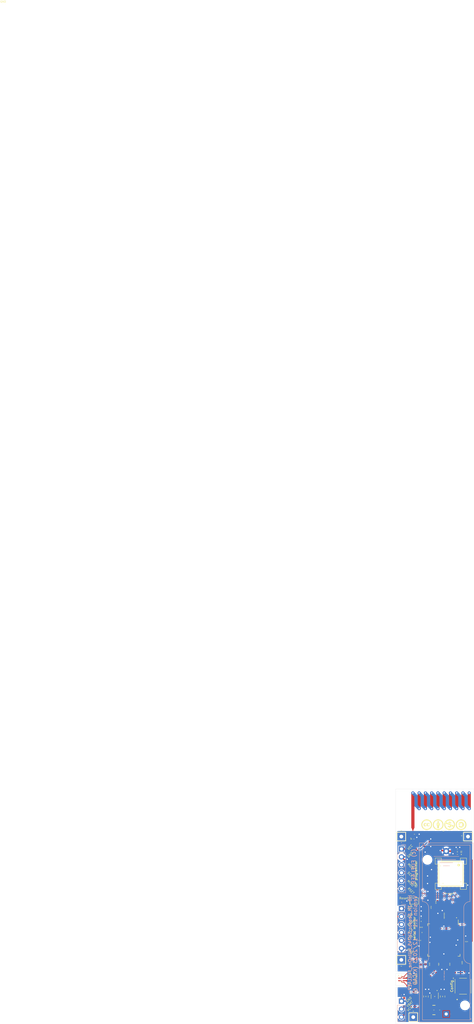
<source format=kicad_pcb>
(kicad_pcb (version 20211014) (generator pcbnew)
  (title_block (title "HB_TH_Sensor_SHT45_AllInOne_FUEL4EP") (date "2023-12-15") (rev "1.1") (company "FUEL4EP"))
  (layers (0 "F.Cu" signal) (31 "B.Cu" signal) (34 "B.Paste" user) (35 "F.Paste" user) (36 "B.SilkS" user "B.Silkscreen") (37 "F.SilkS" user "F.Silkscreen") (38 "B.Mask" user) (39 "F.Mask" user) (44 "Edge.Cuts" user))
  (net 0 "")
  (net 1 "GND")
  (net 2 "Net-(D1-Pad2)")
  (net 3 "/SS")
  (net 4 "/D2")
  (net 5 "/SCL")
  (net 6 "/SDA")
  (net 7 "/VDDA")
  (net 11 "/MOSI")
  (net 12 "/SCK")
  (net 13 "/MISO")
  (net 14 "VCC")
  (net 17 "/plusBAT")
  (net 22 "/CONFIG")
  (net 23 "/DTR")
  (net 24 "/RSETB")
  (net 25 "/RXD0")
  (net 26 "/TXD0")
  (net 37 "/L")
  (net 39 "Net-(AE1-Pad1)")
  (net 50 "Net-(R3-Pad1)")
  (net 51 "Net-(R4-Pad1)")
  (net 54 "/ANT")
  (net 55 "/CTS")
  (net 56 "Net-(C2-Pad2)")
  (net 57 "Net-(C8-Pad1)")
  (footprint "LED_SMD:LED_0402_1005Metric" (layer "F.Cu") (at 8.128 -32.766 -90)
    (fp_text reference "D1")
    (fp_text value "LED red 0402")
  )
  (footprint "Capacitor_SMD:C_0402_1005Metric" (layer "F.Cu") (at 11.303 -37.211)
    (fp_text reference "C1")
    (fp_text value "100n")
  )
  (footprint "Resistor_SMD:R_0402_1005Metric" (layer "F.Cu") (at 8.128 -30.861 90)
    (fp_text reference "R4")
    (fp_text value "470")
  )
  (footprint "Resistor_SMD:R_0402_1005Metric" (layer "F.Cu") (at 12.827 -38.862 180)
    (fp_text reference "R1")
    (fp_text value "10k")
  )
  (footprint "FUEL4EP:eByte_E07-900MM10S" (layer "F.Cu") (at 22.606 -52.959 -90)
    (fp_text reference "Module1")
    (fp_text value "E07-900MM10S")
  )
  (footprint "Capacitor_SMD:C_0402_1005Metric" (layer "F.Cu") (at 17.272 -19.05)
    (fp_text reference "C2")
    (fp_text value "100n")
  )
  (footprint "Capacitor_SMD:C_0402_1005Metric" (layer "F.Cu") (at 22.606 -26.289 90)
    (fp_text reference "C4")
    (fp_text value "100n")
  )
  (footprint "Capacitor_SMD:C_0402_1005Metric" (layer "F.Cu") (at 15.494 -34.036)
    (fp_text reference "C6")
    (fp_text value "100n")
  )
  (footprint "Capacitor_SMD:C_0402_1005Metric" (layer "F.Cu") (at 13.716 -19.05)
    (fp_text reference "C8")
    (fp_text value "100n")
  )
  (footprint "Resistor_SMD:R_0402_1005Metric" (layer "F.Cu") (at 10.795 -19.05)
    (fp_text reference "R2")
    (fp_text value "22")
  )
  (footprint "Resistor_SMD:R_0402_1005Metric" (layer "F.Cu") (at 4.572 -16.256)
    (fp_text reference "R6")
    (fp_text value "4.7k")
  )
  (footprint "Capacitor_SMD:C_0805_2012Metric" (layer "F.Cu") (at 14.986 -8.763 90)
    (fp_text reference "C5")
    (fp_text value "10u")
  )
  (footprint "FUEL4EP:SW_TS-1187A-B-A-B" (layer "F.Cu") (at 21.497172 -12.047667 90)
    (fp_text reference "SW1")
    (fp_text value "Config button")
  )
  (footprint "FUEL4EP:CC-BY-ND-SA" (layer "F.Cu") (at 15.367 -63.627)
    (fp_text reference "LOGO1" hide)
    (fp_text value "Logo_Open_Hardware_Small" hide)
  )
  (footprint "Capacitor_SMD:C_0402_1005Metric" (layer "F.Cu") (at 19.685 -54.483 180)
    (fp_text reference "C11")
    (fp_text value "100n")
  )
  (footprint "Capacitor_SMD:C_0402_1005Metric" (layer "F.Cu") (at 19.685 -55.499 180)
    (fp_text reference "C12")
    (fp_text value "10u")
  )
  (footprint "Capacitor_SMD:C_0402_1005Metric" (layer "F.Cu") (at 5.461 -59.055 90)
    (fp_text reference "C13")
    (fp_text value "1pF")
  )
  (footprint "FUEL4EP:FUEL4EP_Inductor_SMD_1" (layer "F.Cu") (at 12.192 -4.445 180)
    (fp_text reference "L1")
    (fp_text value "4.7u" hide)
  )
  (footprint "Package_TO_SOT_SMD:Texas_R-PDSO-G6" (layer "F.Cu") (at 12.446 -8.763 -90)
    (fp_text reference "U2")
    (fp_text value "TPS61221DCK")
  )
  (footprint "Capacitor_SMD:C_0805_2012Metric" (layer "F.Cu") (at 9.652 -8.763 90)
    (fp_text reference "C9")
    (fp_text value "10u")
  )
  (footprint "Package_QFP:TQFP-44_10x10mm_P0.8mm" (layer "F.Cu") (at 15.367 -26.797 -90)
    (fp_text reference "U1")
    (fp_text value "ATmega1284P-AU")
  )
  (footprint "Capacitor_SMD:C_0402_1005Metric" (layer "F.Cu") (at 15.494 -35.052 180)
    (fp_text reference "C3")
    (fp_text value "10u")
  )
  (footprint "Capacitor_SMD:C_0402_1005Metric" (layer "F.Cu") (at 3.683 -14.224 -90)
    (fp_text reference "C15")
    (fp_text value "100n")
  )
  (footprint "RF_Antenna:Texas_SWRA416_868MHz_915MHz" (layer "F.Cu") (at 14.478 -67.945)
    (fp_text reference "AE1")
    (fp_text value "SWRA416 868MHz PCB Antenna")
  )
  (footprint "NetTie:NetTie-2_SMD_Pad0.5mm" (layer "F.Cu") (at 4.191 -25.4 90)
    (fp_text reference "NT1" hide)
    (fp_text value "NetTie_2")
  )
  (footprint "Capacitor_SMD:C_0402_1005Metric" (layer "F.Cu") (at 5.207 -14.224 90)
    (fp_text reference "C14")
    (fp_text value "4.7u")
  )
  (footprint "TestPoint:TestPoint_THTPad_2.5x2.5mm_Drill1.2mm" (layer "F.Cu") (at 1.778 -20.447)
    (fp_text reference "H4")
    (fp_text value "MountingHole")
  )
  (footprint "Capacitor_SMD:C_0402_1005Metric" (layer "F.Cu") (at 7.62 -26.67 -90)
    (fp_text reference "C7")
    (fp_text value "100n")
  )
  (footprint "TestPoint:TestPoint_THTPad_2.5x2.5mm_Drill1.2mm" (layer "F.Cu") (at 5.588 -2.175)
    (fp_text reference "H3")
    (fp_text value "MountingHole")
  )
  (footprint "Jumper:SolderJumper-2_P1.3mm_Open_Pad1.0x1.5mm" (layer "F.Cu") (at 5.842 -39.243)
    (fp_text reference "JP1")
    (fp_text value "Reset")
  )
  (footprint "Resistor_SMD:R_0402_1005Metric" (layer "F.Cu") (at 21.209 -19.558 180)
    (fp_text reference "R3")
    (fp_text value "0 Ohm")
  )
  (footprint "TestPoint:TestPoint_THTPad_2.5x2.5mm_Drill1.2mm" (layer "F.Cu") (at 23.079 -59.817)
    (fp_text reference "H1")
    (fp_text value "MountingHole")
  )
  (footprint "Inductor_SMD:L_0402_1005Metric" (layer "F.Cu") (at 5.715 -11.684 90)
    (fp_text reference "FB1")
    (fp_text value "FerriteBead")
  )
  (footprint "Resistor_SMD:R_0402_1005Metric" (layer "F.Cu") (at 4.191 -12.192)
    (fp_text reference "R5")
    (fp_text value "4.7k")
  )
  (footprint "FUEL4EP:SHT4X" (layer "F.Cu") (at 1.74 -14.214)
    (fp_text reference "U3")
    (fp_text value "SHT45-AD1B-R2")
  )
  (footprint "Inductor_SMD:L_0402_1005Metric" (layer "F.Cu") (at 5.969 -60.579)
    (fp_text reference "L2")
    (fp_text value "12nH")
  )
  (footprint "TestPoint:TestPoint_THTPad_2.5x2.5mm_Drill1.2mm" (layer "F.Cu") (at 1.778 -59.817)
    (fp_text reference "H2")
    (fp_text value "MountingHole")
  )
  (footprint "FUEL4EP:BatteryHolder_Keystone_2460_1xAA" (layer "B.Cu") (at 16.129 -3.175 90)
    (fp_text reference "BT1")
    (fp_text value "AA")
  )
  (footprint "Connector_PinHeader_2.54mm:PinHeader_1x03_P2.54mm_Vertical" (layer "B.Cu") (at 1.828 -7.275 180)
    (fp_text reference "J1")
    (fp_text value "Conn_01x03")
  )
  (footprint "Connector_PinHeader_2.54mm:PinHeader_1x06_P2.54mm_Vertical" (layer "B.Cu") (at 1.828 -55.88 180)
    (fp_text reference "J3")
    (fp_text value "ISP Programmer")
  )
  (footprint "Connector_PinHeader_2.54mm:PinHeader_1x06_P2.54mm_Vertical" (layer "B.Cu") (at 1.828 -36.83 180)
    (fp_text reference "J2")
    (fp_text value "FTDI Debuger")
  )
  (gr_circle (center 13.208 -10.668) (end 13.335 -10.668) (layer "F.SilkS") (width 0.038099) (fill solid))
  (gr_circle (center 19.431 -33.909) (end 19.558 -33.909) (layer "F.SilkS") (width 0.038099) (fill solid))
  (gr_circle (center 0.889 -15.494) (end 1.016 -15.494) (layer "F.SilkS") (width 0.038099) (fill solid))
  (gr_circle (center 20.955 -54.102) (end 21.082 -54.102) (layer "F.SilkS") (width 0.038099) (fill solid))
  (gr_line (start 2.667 -16.129) (end 2.667 -16.764) (layer "Edge.Cuts") (width 0.038099))
  (gr_line (start 25 -75) (end 25 0) (layer "Edge.Cuts") (width 0.038099))
  (gr_line (start 2.667 -16.764) (end 0 -16.764) (layer "Edge.Cuts") (width 0.038099))
  (gr_line (start 0 -75) (end 25 -75) (layer "Edge.Cuts") (width 0.038099))
  (gr_line (start 2.667 -11.684) (end 0 -11.684) (layer "Edge.Cuts") (width 0.038099))
  (gr_line (start 0 0) (end 0 -11.684) (layer "Edge.Cuts") (width 0.038099))
  (gr_line (start 0 -16.129) (end 2.667 -16.129) (layer "Edge.Cuts") (width 0.038099))
  (gr_line (start 25 0) (end 0 0) (layer "Edge.Cuts") (width 0.038099))
  (gr_line (start 0 -16.764) (end 0 -75) (layer "Edge.Cuts") (width 0.038099))
  (gr_line (start 2.667 -12.319) (end 2.667 -11.684) (layer "Edge.Cuts") (width 0.038099))
  (gr_line (start 0 -12.319) (end 0 -16.129) (layer "Edge.Cuts") (width 0.038099))
  (gr_line (start 0 -12.319) (end 2.667 -12.319) (layer "Edge.Cuts") (width 0.038099))
  (gr_text "Version 1.1 - 12/2023 (KiCAD 6)\n" (at 6.223 -41.148 90) (layer "B.SilkS") (effects (font (size 1.2 1.2) (thickness 0.2)) (justify left mirror)))
  (gr_text "HB-TH_Sensor_SHT45_AllInOne_FUEL4EP\n\n" (at 5.334 -41.275 90) (layer "B.SilkS") (effects (font (size 1 1) (thickness 0.2)) (justify left mirror)))
  (gr_text "(c) FUEL4EP\n" (at 5.715 -56.007 90) (layer "B.SilkS") (effects (font (size 1.2 1.2) (thickness 0.2)) (justify left mirror)))
  (gr_text "GND" (at 4.572 -53.975 45) (layer "F.SilkS") (effects (font (size 0.7 0.7) (thickness 0.1) italic)))
  (gr_text "TXD" (at 4.572 -34.544 45) (layer "F.SilkS") (effects (font (size 0.7 0.7) (thickness 0.1) italic)))
  (gr_text "SCK" (at 4.572 -47.752 315) (layer "F.SilkS") (effects (font (size 0.7 0.7) (thickness 0.1) italic)))
  (gr_text "Config" (at 17.907 -12.065 90) (layer "F.SilkS") (effects (font (size 0.8 0.8))))
  (gr_text "VCC" (at 4.699 -29.718 45) (layer "F.SilkS") (effects (font (size 0.7 0.7) (thickness 0.1) italic)))
  (gr_text "MISO" (at 4.699 -44.958 315) (layer "F.SilkS") (effects (font (size 0.7 0.7) (thickness 0.1) italic)))
  (gr_text "VCC" (at 4.572 -56.388 45) (layer "F.SilkS") (effects (font (size 0.7 0.7) (thickness 0.1) italic)))
  (gr_text "DTR" (at 4.572 -37.084 45) (layer "F.SilkS") (effects (font (size 0.7 0.7) (thickness 0.1) italic)))
  (gr_text "RXD" (at 4.572 -32.131 45) (layer "F.SilkS") (effects (font (size 0.7 0.7) (thickness 0.1) italic)))
  (gr_text "VCC" (at 4.445 -4.826 45) (layer "F.SilkS") (effects (font (size 0.7 0.7) (thickness 0.1) italic)))
  (gr_text "Reset" (at 2.54 -40.132) (layer "F.SilkS") (effects (font (size 0.7 0.7) (thickness 0.1))))
  (gr_text "MOSI" (at 4.826 -50.292 315) (layer "F.SilkS") (effects (font (size 0.7 0.7) (thickness 0.1) italic)))
  (gr_text "SHT45" (at 6.477 -14.351 90) (layer "F.SilkS") (effects (font (size 0.7 0.7) (thickness 0.1))))
  (gr_text "ISP programmer" (at 6.477 -47.879 90) (layer "F.SilkS") (effects (font (size 0.7 0.7))))
  (gr_text "GND\n" (at 4.191 -7.747 45) (layer "F.SilkS") (effects (font (size 0.7 0.7) (thickness 0.1) italic)))
  (gr_text "RSET" (at 4.826 -42.545 315) (layer "F.SilkS") (effects (font (size 0.7 0.7) (thickness 0.1) italic)))
  (gr_text "serial monitor" (at 5.969 -30.48 90) (layer "F.SilkS") (effects (font (size 0.7 0.7))))
  (gr_text "CTS" (at 4.572 -27.559 45) (layer "F.SilkS") (effects (font (size 0.7 0.7) (thickness 0.1) italic)))
  (gr_text "GND" (at -125.476 -326.39) (layer "F.SilkS") (effects (font (size 0.6 0.6) (thickness 0.1))))
  (gr_text "GND\n" (at 4.572 -23.368 315) (layer "F.SilkS") (effects (font (size 0.7 0.7) (thickness 0.1) italic)))
  (gr_text "VBAT" (at 4.445 -6.35 45) (layer "F.SilkS") (effects (font (size 0.7 0.7) (thickness 0.1) italic)))
  (segment (start 12.7 -35.306) (end 12.065 -35.941) (width 0.5) (layer "F.Cu") (net 1))
  (segment (start 10.287 -42.291) (end 10.287 -44.704) (width 0.5) (layer "F.Cu") (net 1))
  (segment (start 22.606 -45.419) (end 22.606 -44.704) (width 0.5) (layer "F.Cu") (net 1))
  (segment (start 19.812 -26.797) (end 21.067 -26.797) (width 0.5) (layer "F.Cu") (net 1))
  (segment (start 5.207 -16.131) (end 5.082 -16.256) (width 0.5) (layer "F.Cu") (net 1))
  (segment (start 13.97 -55.372) (end 12.7 -56.642) (width 0.5) (layer "F.Cu") (net 1))
  (segment (start 3.421 -23.63) (end 3.556 -23.495) (width 0.5) (layer "F.Cu") (net 1))
  (segment (start 18.288 -54.356) (end 18.702 -54.356) (width 0.4) (layer "F.Cu") (net 1))
  (segment (start 7.897 -25.997) (end 9.667 -25.997) (width 0.5) (layer "F.Cu") (net 1))
  (segment (start 15.24 -19.304) (end 15.687 -19.304) (width 0.5) (layer "F.Cu") (net 1))
  (segment (start 14.732 -18.796) (end 15.24 -19.304) (width 0.5) (layer "F.Cu") (net 1))
  (segment (start 22.606 -44.704) (end 22.987 -44.323) (width 0.5) (layer "F.Cu") (net 1))
  (segment (start 10.16 -47.244) (end 10.16 -48.006) (width 0.4) (layer "F.Cu") (net 1))
  (segment (start 15.687 -19.304) (end 16.322 -18.669) (width 0.5) (layer "F.Cu") (net 1))
  (segment (start 12.606 -49.229) (end 11.477 -49.229) (width 0.5) (layer "F.Cu") (net 1))
  (segment (start 8.856551 -37.4295) (end 8.128 -37.4295) (width 0.5) (layer "F.Cu") (net 1))
  (segment (start 16.129 -55.165) (end 19.13 -55.165) (width 0.5) (layer "F.Cu") (net 1))
  (segment (start 10.287 -44.704) (end 10.16 -44.831) (width 0.5) (layer "F.Cu") (net 1))
  (segment (start 9.652 -9.713) (end 9.652 -10.922) (width 0.5) (layer "F.Cu") (net 1))
  (segment (start 3.683 -52.578) (end 3.1365 -52.0315) (width 0.5) (layer "F.Cu") (net 1))
  (segment (start 14.732 -17.399) (end 14.732 -18.603) (width 0.5) (layer "F.Cu") (net 1))
  (segment (start 14.859 -36.195) (end 14.859 -35.207) (width 0.5) (layer "F.Cu") (net 1))
  (segment (start 10.6045 -48.4505) (end 11.43 -49.276) (width 0.4) (layer "F.Cu") (net 1))
  (segment (start 5.207 -14.704) (end 5.207 -16.131) (width 0.5) (layer "F.Cu") (net 1))
  (segment (start 5.192 -37.993) (end 5.7555 -37.4295) (width 0.5) (layer "F.Cu") (net 1))
  (segment (start 14.478 -10.221) (end 14.986 -9.713) (width 0.4) (layer "F.Cu") (net 1))
  (segment (start 9.705 -26.035) (end 9.667 -25.997) (width 0.5) (layer "F.Cu") (net 1))
  (segment (start 8.913 -33.251) (end 11.049 -31.115) (width 0.5) (layer "F.Cu") (net 1))
  (segment (start 19.304 -56.388) (end 19.304 -55.598) (width 0.5) (layer "F.Cu") (net 1))
  (segment (start 15.014 -34.036) (end 15.014 -35.052) (width 0.5) (layer "F.Cu") (net 1))
  (segment (start 4.938 -39.243) (end 3.556 -39.243) (width 0.5) (layer "F.Cu") (net 1))
  (segment (start 8.128 -34.417) (end 8.128 -33.251) (width 0.5) (layer "F.Cu") (net 1))
  (segment (start 16.792 -19.05) (end 15.941 -19.05) (width 0.5) (layer "F.Cu") (net 1))
  (segment (start 13.462 -35.306) (end 12.7 -35.306) (width 0.5) (layer "F.Cu") (net 1))
  (segment (start 14.036 -8.763) (end 12.046 -8.763) (width 0.4) (layer "F.Cu") (net 1))
  (segment (start 3.421 -24.13) (end 4.191 -24.9) (width 0.5) (layer "F.Cu") (net 1))
  (segment (start 10.922 -26.035) (end 11.684 -26.035) (width 0.5) (layer "F.Cu") (net 1))
  (segment (start 12.7 -56.642) (end 11.176 -56.642) (width 0.5) (layer "F.Cu") (net 1))
  (segment (start 13.462 -35.306) (end 14.76 -35.306) (width 0.5) (layer "F.Cu") (net 1))
  (segment (start 14.478 -11.049) (end 14.478 -10.221) (width 0.4) (layer "F.Cu") (net 1))
  (segment (start 23.368 -16.256) (end 23.368 -15.051839) (width 0.5) (layer "F.Cu") (net 1))
  (segment (start 10.6045 -48.4505) (end 8.128 -50.927) (width 0.4) (layer "F.Cu") (net 1))
  (segment (start 5.7555 -37.4295) (end 8.128 -37.4295) (width 0.5) (layer "F.Cu") (net 1))
  (segment (start 11.684 -26.035) (end 15.367 -22.352) (width 0.5) (layer "F.Cu") (net 1))
  (segment (start 10.16 -45.008) (end 10.16 -44.831) (width 0.4) (layer "F.Cu") (net 1))
  (segment (start 20.447 -56.388) (end 19.304 -56.388) (width 0.4) (layer "F.Cu") (net 1))
  (segment (start 15.367 -32.497) (end 15.367 -33.498614) (width 0.5) (layer "F.Cu") (net 1))
  (segment (start 14.76 -35.306) (end 15.014 -35.052) (width 0.5) (layer "F.Cu") (net 1))
  (segment (start 10.287 -38.859949) (end 8.856551 -37.4295) (width 0.5) (layer "F.Cu") (net 1))
  (segment (start 21.067 -26.797) (end 22.578 -26.797) (width 0.5) (layer "F.Cu") (net 1))
  (segment (start 8.128 -50.927) (end 8.128 -53.594) (width 0.4) (layer "F.Cu") (net 1))
  (segment (start 15.367 -22.352) (end 16.51 -22.352) (width 0.5) (layer "F.Cu") (net 1))
  (segment (start 10.879 -9.863) (end 9.802 -9.863) (width 0.5) (layer "F.Cu") (net 1))
  (segment (start 22.352 -28.067) (end 22.352 -27.023) (width 0.5) (layer "F.Cu") (net 1))
  (segment (start 14.224 -55.372) (end 13.97 -55.372) (width 0.5) (layer "F.Cu") (net 1))
  (segment (start 2.44 -14.614) (end 3.593 -14.614) (width 0.3) (layer "F.Cu") (net 1))
  (segment (start 1.828 -53.34) (end 3.1365 -52.0315) (width 0.4) (layer "F.Cu") (net 1))
  (segment (start 14.859 -35.207) (end 15.014 -35.052) (width 0.5) (layer "F.Cu") (net 1))
  (segment (start 11.796 -9.013) (end 11.796 -9.863) (width 0.4) (layer "F.Cu") (net 1))
  (segment (start 14.732 -18.603) (end 14.732 -18.796) (width 0.5) (layer "F.Cu") (net 1))
  (segment (start 14.285 -19.05) (end 14.732 -18.603) (width 0.5) (layer "F.Cu") (net 1))
  (segment (start 15.941 -19.05) (end 15.687 -19.304) (width 0.5) (layer "F.Cu") (net 1))
  (segment (start 15.367 -19.624) (end 15.367 -21.097) (width 0.5) (layer "F.Cu") (net 1))
  (segment (start 14.224 -55.372) (end 15.922 -55.372) (width 0.5) (layer "F.Cu") (net 1))
  (segment (start 7.423413 -25.523413) (end 7.423413 -24.868418) (width 0.5) (layer "F.Cu") (net 1))
  (segment (start 14.196 -19.05) (end 14.285 -19.05) (width 0.5) (layer "F.Cu") (net 1))
  (segment (start 1.828 -24.13) (end 3.421 -24.13) (width 0.5) (layer "F.Cu") (net 1))
  (segment (start 16.383 -17.399) (end 16.383 -18.608) (width 0.5) (layer "F.Cu") (net 1))
  (segment (start 10.668 -59.563) (end 11.176 -59.055) (width 0.5) (layer "F.Cu") (net 1))
  (segment (start 11.796 -9.863) (end 10.879 -9.863) (width 0.5) (layer "F.Cu") (net 1))
  (segment (start 19.13 -55.165) (end 19.205 -55.09) (width 0.5) (layer "F.Cu") (net 1))
  (segment (start 12.046 -8.763) (end 11.796 -9.013) (width 0.4) (layer "F.Cu") (net 1))
  (segment (start 12.065 -35.941) (end 11.97 -36.036) (width 0.5) (layer "F.Cu") (net 1))
  (segment (start 11.477 -49.229) (end 11.43 -49.276) (width 0.5) (layer "F.Cu") (net 1))
  (segment (start 22.352 -27.023) (end 22.606 -26.769) (width 0.5) (layer "F.Cu") (net 1))
  (segment (start 10.16 -48.006) (end 10.6045 -48.4505) (width 0.4) (layer "F.Cu") (net 1))
  (segment (start 6.731 -60.302) (end 6.454 -60.579) (width 0.5) (layer "F.Cu") (net 1))
  (segment (start 15.494 -10.221) (end 14.986 -9.713) (width 0.4) (layer "F.Cu") (net 1))
  (segment (start 15.367 -33.498614) (end 15.014 -33.851614) (width 0.5) (layer "F.Cu") (net 1))
  (segment (start 8.16 -36.036) (end 8.128 -36.068) (width 0.5) (layer "F.Cu") (net 1))
  (segment (start 16.51 -22.352) (end 19.304 -25.146) (width 0.5) (layer "F.Cu") (net 1))
  (segment (start 23.372172 -15.047667) (end 23.372172 -9.047667) (width 0.5) (layer "F.Cu") (net 1))
  (segment (start 19.205 -55.09) (end 19.205 -54.483) (width 0.5) (layer "F.Cu") (net 1))
  (segment (start 18.876 -54.182) (end 18.876 -52.959) (width 0.5) (layer "F.Cu") (net 1))
  (segment (start 15.367 -32.497) (end 15.367 -31.242) (width 0.5) (layer "F.Cu") (net 1))
  (segment (start 7.62 -25.72) (end 7.897 -25.997) (width 0.5) (layer "F.Cu") (net 1))
  (segment (start 3.1365 -52.0315) (end 10.16 -45.008) (width 0.4) (layer "F.Cu") (net 1))
  (segment (start 4.699 -11.303) (end 4.699 -12.19) (width 0.5) (layer "F.Cu") (net 1))
  (segment (start 5.192 -39.243) (end 5.192 -37.993) (width 0.5) (layer "F.Cu") (net 1))
  (segment (start 15.014 -33.851614) (end 15.014 -34.036) (width 0.5) (layer "F.Cu") (net 1))
  (segment (start 15.494 -11.049) (end 15.494 -10.221) (width 0.4) (layer "F.Cu") (net 1))
  (segment (start 19.177 -54.483) (end 18.876 -54.182) (width 0.5) (layer "F.Cu") (net 1))
  (segment (start 6.731 -59.563) (end 10.668 -59.563) (width 0.5) (layer "F.Cu") (net 1))
  (segment (start 11.049 -31.115) (end 11.049 -27.686) (width 0.5) (layer "F.Cu") (net 1))
  (segment (start 8.128 -33.251) (end 8.913 -33.251) (width 0.5) (layer "F.Cu") (net 1))
  (segment (start 19.304 -55.598) (end 19.205 -55.499) (width 0.5) (layer "F.Cu") (net 1))
  (segment (start 10.922 -26.035) (end 9.705 -26.035) (width 0.5) (layer "F.Cu") (net 1))
  (segment (start 9.652 -10.922) (end 9.525 -11.049) (width 0.5) (layer "F.Cu") (net 1))
  (segment (start 2.667 -8.114) (end 1.828 -7.275) (width 0.5) (layer "F.Cu") (net 1))
  (segment (start 18.702 -54.356) (end 18.876 -54.182) (width 0.4) (layer "F.Cu") (net 1))
  (segment (start 5.207 -14.704) (end 3.683 -14.704) (width 0.5) (layer "F.Cu") (net 1))
  (segment (start 19.205 -55.499) (end 19.205 -55.09) (width 0.5) (layer "F.Cu") (net 1))
  (segment (start 3.421 -24.13) (end 3.421 -23.63) (width 0.5) (layer "F.Cu") (net 1))
  (segment (start 8.128 -53.594) (end 9.398 -54.864) (width 0.4) (layer "F.Cu") (net 1))
  (segment (start 10.287 -39.497) (end 10.287 -38.859949) (width 0.5) (layer "F.Cu") (net 1))
  (segment (start 7.493 -60.579) (end 6.454 -60.579) (width 0.5) (layer "F.Cu") (net 1))
  (segment (start 2.667 -9.398) (end 2.667 -8.114) (width 0.5) (layer "F.Cu") (net 1))
  (segment (start 14.986 -9.713) (end 14.036 -8.763) (width 0.4) (layer "F.Cu") (net 1))
  (segment (start 18.876 -53.768) (end 18.876 -52.959) (width 0.5) (layer "F.Cu") (net 1))
  (segment (start 5.082 -16.256) (end 5.842 -16.256) (width 0.5) (layer "F.Cu") (net 1))
  (segment (start 11.97 -36.036) (end 8.16 -36.036) (width 0.5) (layer "F.Cu") (net 1))
  (segment (start 6.731 -59.563) (end 6.731 -60.302) (width 0.5) (layer "F.Cu") (net 1))
  (via (at 20.447 -56.388) (size 0.6) (drill 0.4) (layers "F.Cu" "B.Cu") (net 1))
  (via (at 11.049 -27.686) (size 0.6) (drill 0.4) (layers "F.Cu" "B.Cu") (net 1))
  (via (at 10.879 -9.863) (size 0.6) (drill 0.4) (layers "F.Cu" "B.Cu") (net 1))
  (via (at 15.367 -22.352) (size 0.6) (drill 0.4) (layers "F.Cu" "B.Cu") (net 1))
  (via (at 9.398 -54.864) (size 0.6) (drill 0.4) (layers "F.Cu" "B.Cu") (net 1))
  (via (at 13.462 -35.306) (size 0.6) (drill 0.4) (layers "F.Cu" "B.Cu") (net 1))
  (via (at 14.859 -36.195) (size 0.6) (drill 0.4) (layers "F.Cu" "B.Cu") (net 1))
  (via (at 10.922 -26.035) (size 0.6) (drill 0.4) (layers "F.Cu" "B.Cu") (net 1))
  (via (at 22.987 -44.323) (size 0.6) (drill 0.4) (layers "F.Cu" "B.Cu") (net 1))
  (via (at 8.128 -34.417) (size 0.6) (drill 0.4) (layers "F.Cu" "B.Cu") (net 1))
  (via (at 19.304 -25.146) (size 0.6) (drill 0.4) (layers "F.Cu" "B.Cu") (net 1))
  (via (at 9.525 -11.049) (size 0.6) (drill 0.4) (layers "F.Cu" "B.Cu") (net 1))
  (via (at 15.367 -31.242) (size 0.6) (drill 0.4) (layers "F.Cu" "B.Cu") (net 1))
  (via (at 2.667 -9.398) (size 0.6) (drill 0.4) (layers "F.Cu" "B.Cu") (net 1))
  (via (at 8.128 -36.068) (size 0.6) (drill 0.4) (layers "F.Cu" "B.Cu") (net 1))
  (via (at 3.556 -39.243) (size 0.6) (drill 0.4) (layers "F.Cu" "B.Cu") (net 1))
  (via (at 18.288 -54.356) (size 0.6) (drill 0.4) (layers "F.Cu" "B.Cu") (net 1))
  (via (at 3.683 -52.578) (size 0.6) (drill 0.4) (layers "F.Cu" "B.Cu") (net 1))
  (via (at 11.176 -59.055) (size 0.6) (drill 0.4) (layers "F.Cu" "B.Cu") (net 1))
  (via (at 3.556 -23.495) (size 0.6) (drill 0.4) (layers "F.Cu" "B.Cu") (net 1))
  (via (at 22.352 -28.067) (size 0.6) (drill 0.4) (layers "F.Cu" "B.Cu") (net 1))
  (via (at 5.842 -16.256) (size 0.6) (drill 0.4) (layers "F.Cu" "B.Cu") (net 1))
  (via (at 10.287 -42.291) (size 0.6) (drill 0.4) (layers "F.Cu" "B.Cu") (net 1))
  (via (at 14.478 -11.049) (size 0.6) (drill 0.4) (layers "F.Cu" "B.Cu") (net 1))
  (via (at 7.493 -60.579) (size 0.6) (drill 0.4) (layers "F.Cu" "B.Cu") (net 1))
  (via (at 19.304 -56.388) (size 0.6) (drill 0.4) (layers "F.Cu" "B.Cu") (net 1))
  (via (at 6.731 -59.563) (size 0.6) (drill 0.4) (layers "F.Cu" "B.Cu") (net 1))
  (via (at 15.494 -11.049) (size 0.6) (drill 0.4) (layers "F.Cu" "B.Cu") (net 1))
  (via (at 11.43 -49.276) (size 0.6) (drill 0.4) (layers "F.Cu" "B.Cu") (net 1))
  (via (at 10.16 -47.244) (size 0.6) (drill 0.4) (layers "F.Cu" "B.Cu") (net 1))
  (via (at 14.224 -55.372) (size 0.6) (drill 0.4) (layers "F.Cu" "B.Cu") (net 1))
  (via (at 16.383 -17.399) (size 0.6) (drill 0.4) (layers "F.Cu" "B.Cu") (net 1))
  (via (at 7.423413 -24.868418) (size 0.6) (drill 0.4) (layers "F.Cu" "B.Cu") (net 1))
  (via (at 11.176 -56.642) (size 0.6) (drill 0.4) (layers "F.Cu" "B.Cu") (net 1))
  (via (at 14.732 -17.399) (size 0.6) (drill 0.4) (layers "F.Cu" "B.Cu") (net 1))
  (via (at 23.368 -16.256) (size 0.6) (drill 0.4) (layers "F.Cu" "B.Cu") (net 1))
  (via (at 10.16 -44.831) (size 0.6) (drill 0.4) (layers "F.Cu" "B.Cu") (net 1))
  (via (at 10.541 -11.049) (size 0.6) (drill 0.4) (layers "F.Cu" "B.Cu") (net 1))
  (via (at 19.812 -26.797) (size 0.6) (drill 0.4) (layers "F.Cu" "B.Cu") (net 1))
  (via (at 8.128 -37.4295) (size 0.6) (drill 0.4) (layers "F.Cu" "B.Cu") (net 1))
  (via (at 4.699 -11.303) (size 0.6) (drill 0.4) (layers "F.Cu" "B.Cu") (net 1))
  (via (at 10.287 -39.497) (size 0.6) (drill 0.4) (layers "F.Cu" "B.Cu") (net 1))
  (segment (start 19.304 -26.289) (end 19.812 -26.797) (width 0.5) (layer "B.Cu") (net 1))
  (segment (start 10.922 -26.035) (end 10.922 -27.559) (width 0.5) (layer "B.Cu") (net 1))
  (segment (start 10.287 -39.497) (end 10.287 -42.291) (width 0.5) (layer "B.Cu") (net 1))
  (segment (start 19.304 -25.146) (end 19.304 -26.289) (width 0.5) (layer "B.Cu") (net 1))
  (segment (start 10.922 -27.559) (end 11.049 -27.686) (width 0.5) (layer "B.Cu") (net 1))
  (segment (start 11.176 -56.642) (end 9.398 -54.864) (width 0.5) (layer "B.Cu") (net 1))
  (segment (start 10.16 -44.831) (end 10.16 -47.244) (width 0.4) (layer "B.Cu") (net 1))
  (segment (start 11.176 -56.642) (end 11.176 -59.055) (width 0.5) (layer "B.Cu") (net 1))
  (segment (start 8.128 -36.068) (end 8.128 -37.4295) (width 0.5) (layer "B.Cu") (net 1))
  (segment (start 8.128 -36.068) (end 8.128 -34.417) (width 0.5) (layer "B.Cu") (net 1))
  (segment (start 8.128 -31.371) (end 8.128 -32.281) (width 0.2) (layer "F.Cu") (net 2))
  (segment (start 18.876 -42.959) (end 18.876 -41.7357) (width 0.2) (layer "F.Cu") (net 3))
  (segment (start 18.876 -41.7357) (end 18.85965 -41.71935) (width 0.2) (layer "F.Cu") (net 3))
  (segment (start 19.812 -40.767) (end 21.1735 -39.4055) (width 0.2) (layer "F.Cu") (net 3))
  (segment (start 21.1735 -39.4055) (end 21.1735 -30.9035) (width 0.2) (layer "F.Cu") (net 3))
  (via (at 19.812 -40.767) (size 0.6) (drill 0.4) (layers "F.Cu" "B.Cu") (net 3))
  (via (at 18.85965 -41.71935) (size 0.6) (drill 0.4) (layers "F.Cu" "B.Cu") (net 3))
  (segment (start 19.812 -40.767) (end 18.85965 -41.71935) (width 0.2) (layer "B.Cu") (net 3))
  (segment (start 20.196 -31.372) (end 17.91 -31.372) (width 0.2) (layer "F.Cu") (net 4))
  (segment (start 17.91 -31.372) (end 17.018 -30.48) (width 0.2) (layer "F.Cu") (net 4))
  (segment (start 20.574 -31.75) (end 20.196 -31.372) (width 0.2) (layer "F.Cu") (net 4))
  (segment (start 11.367 -31.574112) (end 12.461112 -30.48) (width 0.2) (layer "F.Cu") (net 4))
  (segment (start 12.461112 -30.48) (end 14.859 -30.48) (width 0.2) (layer "F.Cu") (net 4))
  (segment (start 11.367 -32.497) (end 11.367 -31.574112) (width 0.2) (layer "F.Cu") (net 4))
  (segment (start 23.656 -47.259) (end 23.656 -33.562) (width 0.2) (layer "F.Cu") (net 4))
  (segment (start 22.956 -47.959) (end 23.656 -47.259) (width 0.2) (layer "F.Cu") (net 4))
  (segment (start 23.656 -33.562) (end 21.844 -31.75) (width 0.2) (layer "F.Cu") (net 4))
  (via (at 21.844 -31.75) (size 0.6) (drill 0.4) (layers "F.Cu" "B.Cu") (net 4))
  (via (at 14.859 -30.48) (size 0.6) (drill 0.4) (layers "F.Cu" "B.Cu") (net 4))
  (via (at 20.574 -31.75) (size 0.6) (drill 0.4) (layers "F.Cu" "B.Cu") (net 4))
  (via (at 17.018 -30.48) (size 0.6) (drill 0.4) (layers "F.Cu" "B.Cu") (net 4))
  (segment (start 20.574 -31.75) (end 21.844 -31.75) (width 0.2) (layer "B.Cu") (net 4))
  (segment (start 14.859 -30.48) (end 17.018 -30.48) (width 0.2) (layer "B.Cu") (net 4))
  (segment (start 6.985 -20.193) (end 7.493 -19.685) (width 0.2) (layer "F.Cu") (net 5))
  (segment (start 2.667 -13.335) (end 1.905 -13.335) (width 0.2) (layer "F.Cu") (net 5))
  (segment (start 1.04 -13.814) (end 1.68 -13.814) (width 0.2) (layer "F.Cu") (net 5))
  (segment (start 1.68 -13.814) (end 1.8905 -13.6035) (width 0.2) (layer "F.Cu") (net 5))
  (segment (start 7.493 -19.685) (end 8.001 -19.685) (width 0.2) (layer "F.Cu") (net 5))
  (segment (start 8.014585 -11.316585) (end 8.014585 -18.186) (width 0.2) (layer "F.Cu") (net 5))
  (segment (start 3.81 -10.414) (end 4.064 -10.16) (width 0.2) (layer "F.Cu") (net 5))
  (segment (start 3.81 -12.063) (end 3.81 -10.414) (width 0.2) (layer "F.Cu") (net 5))
  (segment (start 6.858 -10.16) (end 8.014585 -11.316585) (width 0.2) (layer "F.Cu") (net 5))
  (segment (start 4.064 -10.16) (end 4.826 -10.16) (width 0.2) (layer "F.Cu") (net 5))
  (segment (start 1.905 -13.335) (end 1.8905 -13.3495) (width 0.2) (layer "F.Cu") (net 5))
  (segment (start 3.681 -12.192) (end 2.667 -13.206) (width 0.2) (layer "F.Cu") (net 5))
  (segment (start 2.667 -13.206) (end 2.667 -13.335) (width 0.2) (layer "F.Cu") (net 5))
  (segment (start 6.985 -23.582183) (end 6.985 -20.193) (width 0.2) (layer "F.Cu") (net 5))
  (segment (start 9.667 -25.197) (end 8.599817 -25.197) (width 0.2) (layer "F.Cu") (net 5))
  (segment (start 1.8905 -13.3495) (end 1.8905 -13.6035) (width 0.2) (layer "F.Cu") (net 5))
  (segment (start 8.599817 -25.197) (end 6.985 -23.582183) (width 0.2) (layer "F.Cu") (net 5))
  (via (at 6.858 -10.16) (size 0.6) (drill 0.4) (layers "F.Cu" "B.Cu") (net 5))
  (via (at 8.001 -19.685) (size 0.6) (drill 0.4) (layers "F.Cu" "B.Cu") (net 5))
  (via (at 8.014585 -18.186) (size 0.6) (drill 0.4) (layers "F.Cu" "B.Cu") (net 5))
  (via (at 4.826 -10.16) (size 0.6) (drill 0.4) (layers "F.Cu" "B.Cu") (net 5))
  (segment (start 8.001 -18.199585) (end 8.014585 -18.186) (width 0.2) (layer "B.Cu") (net 5))
  (segment (start 8.001 -19.685) (end 8.001 -18.199585) (width 0.2) (layer "B.Cu") (net 5))
  (segment (start 4.826 -10.16) (end 6.858 -10.16) (width 0.2) (layer "B.Cu") (net 5))
  (segment (start 2.794 -15.327462) (end 2.794 -15.113) (width 0.2) (layer "F.Cu") (net 6))
  (segment (start 4.062 -19.302) (end 4.062 -16.256) (width 0.2) (layer "F.Cu") (net 6))
  (segment (start 1.04 -14.614) (end 1.66 -14.614) (width 0.2) (layer "F.Cu") (net 6))
  (segment (start 8.717 -24.397) (end 7.747 -23.427) (width 0.2) (layer "F.Cu") (net 6))
  (segment (start 5.461 -20.701) (end 4.062 -19.302) (width 0.2) (layer "F.Cu") (net 6))
  (segment (start 1.66 -14.614) (end 1.905 -14.859) (width 0.2) (layer "F.Cu") (net 6))
  (segment (start 3.722538 -16.256) (end 2.794 -15.327462) (width 0.2) (layer "F.Cu") (net 6))
  (segment (start 7.747 -23.427) (end 7.747 -20.701) (width 0.2) (layer "F.Cu") (net 6))
  (segment (start 2.794 -15.113) (end 1.905 -15.113) (width 0.2) (layer "F.Cu") (net 6))
  (segment (start 4.062 -16.256) (end 3.722538 -16.256) (width 0.2) (layer "F.Cu") (net 6))
  (segment (start 9.667 -24.397) (end 8.717 -24.397) (width 0.2) (layer "F.Cu") (net 6))
  (segment (start 1.905 -14.859) (end 1.905 -15.113) (width 0.2) (layer "F.Cu") (net 6))
  (via (at 7.747 -20.701) (size 0.6) (drill 0.4) (layers "F.Cu" "B.Cu") (net 6))
  (via (at 5.461 -20.701) (size 0.6) (drill 0.4) (layers "F.Cu" "B.Cu") (net 6))
  (segment (start 7.747 -20.701) (end 5.461 -20.701) (width 0.2) (layer "B.Cu") (net 6))
  (segment (start 2.44 -13.814) (end 3.613 -13.814) (width 0.3) (layer "F.Cu") (net 7))
  (segment (start 5.207 -13.744) (end 5.715 -13.236) (width 0.5) (layer "F.Cu") (net 7))
  (segment (start 5.715 -13.236) (end 5.715 -12.169) (width 0.5) (layer "F.Cu") (net 7))
  (segment (start 5.207 -13.744) (end 3.683 -13.744) (width 0.5) (layer "F.Cu") (net 7))
  (segment (start 16.5815 -41.5845) (end 16.036501 -41.039501) (width 0.2) (layer "F.Cu") (net 11))
  (segment (start 16.851999 -41.314001) (end 17.182898 -41.314001) (width 0.2) (layer "F.Cu") (net 11))
  (segment (start 18.613028 -39.882414) (end 17.316741 -39.882414) (width 0.2) (layer "F.Cu") (net 11))
  (segment (start 17.316741 -39.882414) (end 17.084154 -40.115001) (width 0.2) (layer "F.Cu") (net 11))
  (segment (start 14.97648 -41.147502) (end 9.397502 -41.147502) (width 0.2) (layer "F.Cu") (net 11))
  (segment (start 16.5815 -41.5845) (end 16.851999 -41.314001) (width 0.2) (layer "F.Cu") (net 11))
  (segment (start 19.994503 -38.500939) (end 18.613028 -39.882414) (width 0.2) (layer "F.Cu") (net 11))
  (segment (start 19.994503 -33.124503) (end 19.994503 -38.500939) (width 0.2) (layer "F.Cu") (net 11))
  (segment (start 16.036501 -41.039501) (end 15.084481 -41.039501) (width 0.2) (layer "F.Cu") (net 11))
  (segment (start 15.084481 -41.039501) (end 14.97648 -41.147502) (width 0.2) (layer "F.Cu") (net 11))
  (segment (start 9.271 -42.291) (end 9.271 -43.357) (width 0.2) (layer "F.Cu") (net 11))
  (segment (start 9.397502 -41.147502) (end 9.271 -41.021) (width 0.2) (layer "F.Cu") (net 11))
  (segment (start 9.271 -43.357) (end 1.828 -50.8) (width 0.2) (layer "F.Cu") (net 11))
  (segment (start 17.606 -42.609) (end 16.5815 -41.5845) (width 0.2) (layer "F.Cu") (net 11))
  (segment (start 19.367 -32.497) (end 19.994503 -33.124503) (width 0.2) (layer "F.Cu") (net 11))
  (via (at 17.084154 -40.115001) (size 0.6) (drill 0.4) (layers "F.Cu" "B.Cu") (net 11))
  (via (at 9.271 -41.021) (size 0.6) (drill 0.4) (layers "F.Cu" "B.Cu") (net 11))
  (via (at 9.271 -42.291) (size 0.6) (drill 0.4) (layers "F.Cu" "B.Cu") (net 11))
  (via (at 17.182898 -41.314001) (size 0.6) (drill 0.4) (layers "F.Cu" "B.Cu") (net 11))
  (segment (start 9.271 -41.021) (end 9.271 -42.291) (width 0.2) (layer "B.Cu") (net 11))
  (segment (start 17.084154 -40.115001) (end 17.182898 -40.213745) (width 0.2) (layer "B.Cu") (net 11))
  (segment (start 17.182898 -40.213745) (end 17.182898 -41.314001) (width 0.2) (layer "B.Cu") (net 11))
  (segment (start 1.828 -48.26) (end 3.175 -48.26) (width 0.2) (layer "F.Cu") (net 12))
  (segment (start 8.509 -40.259) (end 9.636198 -40.259) (width 0.2) (layer "F.Cu") (net 12))
  (segment (start 19.195501 -37.757479) (end 18.199227 -38.753753) (width 0.2) (layer "F.Cu") (net 12))
  (segment (start 9.636198 -40.259) (end 10.125199 -40.748001) (width 0.2) (layer "F.Cu") (net 12))
  (segment (start 20.146 -42.157877) (end 18.470037 -40.481914) (width 0.2) (layer "F.Cu") (net 12))
  (segment (start 19.195501 -35.100704) (end 19.195501 -37.757479) (width 0.2) (layer "F.Cu") (net 12))
  (segment (start 10.125199 -40.748001) (end 14.496999 -40.748001) (width 0.2) (layer "F.Cu") (net 12))
  (segment (start 18.199227 -38.753753) (end 18.199227 -38.883413) (width 0.2) (layer "F.Cu") (net 12))
  (segment (start 17.767 -33.672203) (end 19.195501 -35.100704) (width 0.2) (layer "F.Cu") (net 12))
  (segment (start 17.767 -32.497) (end 17.767 -33.672203) (width 0.2) (layer "F.Cu") (net 12))
  (segment (start 16.835832 -40.714501) (end 18.23745 -40.714501) (width 0.2) (layer "F.Cu") (net 12))
  (segment (start 16.761331 -40.64) (end 16.835832 -40.714501) (width 0.2) (layer "F.Cu") (net 12))
  (segment (start 14.496999 -40.748001) (end 14.605 -40.64) (width 0.2) (layer "F.Cu") (net 12))
  (segment (start 14.605 -40.64) (end 16.761331 -40.64) (width 0.2) (layer "F.Cu") (net 12))
  (segment (start 20.146 -42.959) (end 20.146 -42.157877) (width 0.2) (layer "F.Cu") (net 12))
  (segment (start 18.23745 -40.714501) (end 18.470037 -40.481914) (width 0.2) (layer "F.Cu") (net 12))
  (segment (start 3.175 -48.26) (end 8.5725 -42.8625) (width 0.2) (layer "F.Cu") (net 12))
  (via (at 8.5725 -42.8625) (size 0.6) (drill 0.4) (layers "F.Cu" "B.Cu") (net 12))
  (via (at 18.470037 -40.481914) (size 0.6) (drill 0.4) (layers "F.Cu" "B.Cu") (net 12))
  (via (at 8.509 -40.259) (size 0.6) (drill 0.4) (layers "F.Cu" "B.Cu") (net 12))
  (via (at 18.199227 -38.883413) (size 0.6) (drill 0.4) (layers "F.Cu" "B.Cu") (net 12))
  (segment (start 8.636 -40.386) (end 8.509 -40.259) (width 0.2) (layer "B.Cu") (net 12))
  (segment (start 18.199227 -40.211104) (end 18.470037 -40.481914) (width 0.2) (layer "B.Cu") (net 12))
  (segment (start 18.199227 -38.883413) (end 18.199227 -40.211104) (width 0.2) (layer "B.Cu") (net 12))
  (segment (start 8.636 -42.799) (end 8.636 -40.386) (width 0.2) (layer "B.Cu") (net 12))
  (segment (start 8.5725 -42.8625) (end 8.636 -42.799) (width 0.2) (layer "B.Cu") (net 12))
  (segment (start 15.383 -41.656) (end 8.509 -41.656) (width 0.2) (layer "F.Cu") (net 13))
  (segment (start 18.447549 -39.482913) (end 15.762087 -39.482913) (width 0.2) (layer "F.Cu") (net 13))
  (segment (start 4.445 -45.72) (end 1.828 -45.72) (width 0.2) (layer "F.Cu") (net 13))
  (segment (start 19.595002 -34.935225) (end 19.595002 -38.098904) (width 0.2) (layer "F.Cu") (net 13))
  (segment (start 18.798727 -39.131735) (end 18.447549 -39.482913) (width 0.2) (layer "F.Cu") (net 13))
  (segment (start 16.336 -42.609) (end 15.383 -41.656) (width 0.2) (layer "F.Cu") (net 13))
  (segment (start 19.595002 -38.098904) (end 18.798727 -38.895179) (width 0.2) (layer "F.Cu") (net 13))
  (segment (start 15.762087 -39.482913) (end 15.494 -39.751) (width 0.2) (layer "F.Cu") (net 13))
  (segment (start 18.567 -33.907223) (end 19.595002 -34.935225) (width 0.2) (layer "F.Cu") (net 13))
  (segment (start 18.798727 -38.895179) (end 18.798727 -39.131735) (width 0.2) (layer "F.Cu") (net 13))
  (segment (start 8.509 -41.656) (end 4.445 -45.72) (width 0.2) (layer "F.Cu") (net 13))
  (segment (start 18.567 -32.497) (end 18.567 -33.907223) (width 0.2) (layer "F.Cu") (net 13))
  (via (at 15.494 -41.656) (size 0.6) (drill 0.4) (layers "F.Cu" "B.Cu") (net 13))
  (via (at 15.494 -39.751) (size 0.6) (drill 0.4) (layers "F.Cu" "B.Cu") (net 13))
  (segment (start 15.494 -39.751) (end 15.494 -41.656) (width 0.2) (layer "B.Cu") (net 13))
  (segment (start 4.2175 -4.5845) (end 5.390454 -4.5845) (width 0.5) (layer "F.Cu") (net 14))
  (segment (start 9.652 -7.813) (end 8.443 -7.813) (width 0.5) (layer "F.Cu") (net 14))
  (segment (start 16.167 -28.029) (end 16.167 -29.68) (width 0.5) (layer "F.Cu") (net 14))
  (segment (start 16.167 -29.68) (end 16.167 -32.497) (width 0.5) (layer "F.Cu") (net 14))
  (segment (start 23.622 -52.959) (end 24.289 -52.292) (width 0.5) (layer "F.Cu") (net 14))
  (segment (start 3.418 -27.62) (end 1.828 -29.21) (width 0.5) (layer "F.Cu") (net 14))
  (segment (start 6.289 -27.62) (end 3.418 -27.62) (width 0.5) (layer "F.Cu") (net 14))
  (segment (start 22.418 -25.997) (end 22.606 -25.809) (width 0.5) (layer "F.Cu") (net 14))
  (segment (start 24.289 -26.453) (end 23.645 -25.809) (width 0.5) (layer "F.Cu") (net 14))
  (segment (start 11.094 -12.065) (end 11.094 -15.285) (width 0.4) (layer "F.Cu") (net 14))
  (segment (start 5.715 -11.199) (end 5.715 -9.544) (width 0.5) (layer "F.Cu") (net 14))
  (segment (start 5.390454 -4.5845) (end 6.0835 -5.277546) (width 0.5) (layer "F.Cu") (net 14))
  (segment (start 5.909993 -11.199) (end 7.239 -12.528007) (width 0.5) (layer "F.Cu") (net 14))
  (segment (start 6.289 -27.62) (end 6.289 -20) (width 0.5) (layer "F.Cu") (net 14))
  (segment (start 6.289 -20) (end 7.239 -19.05) (width 0.5) (layer "F.Cu") (net 14))
  (segment (start 7.239 -12.528007) (end 7.239 -19.05) (width 0.5) (layer "F.Cu") (net 14))
  (segment (start 11.796 -7.663) (end 9.802 -7.663) (width 0.5) (layer "F.Cu") (net 14))
  (segment (start 5.715 -11.199) (end 5.909993 -11.199) (width 0.5) (layer "F.Cu") (net 14))
  (segment (start 18.199 -25.997) (end 16.167 -28.029) (width 0.5) (layer "F.Cu") (net 14))
  (segment (start 15.075 -29.68) (end 16.167 -29.68) (width 0.5) (layer "F.Cu") (net 14))
  (segment (start 7.239 -19.05) (end 7.576046 -19.05) (width 0.5) (layer "F.Cu") (net 14))
  (segment (start 11.094 -15.285) (end 11.43 -15.621) (width 0.4) (layer "F.Cu") (net 14))
  (segment (start 8.443 -7.813) (end 7.446 -7.813) (width 0.5) (layer "F.Cu") (net 14))
  (segment (start 21.067 -25.997) (end 18.199 -25.997) (width 0.5) (layer "F.Cu") (net 14))
  (segment (start 6.985 -49.101534) (end 13.335 -42.751534) (width 0.5) (layer "F.Cu") (net 14))
  (segment (start 21.336 -55.753) (end 21.336 -56.896) (width 0.5) (layer "F.Cu") (net 14))
  (segment (start 15.974 -35.052) (end 15.974 -34.036) (width 0.5) (layer "F.Cu") (net 14))
  (segment (start 12.235954 -26.797) (end 12.235954 -26.840954) (width 0.5) (layer "F.Cu") (net 14))
  (segment (start 5.715 -9.544) (end 7.446 -7.813) (width 0.5) (layer "F.Cu") (net 14))
  (segment (start 12.446 -9.863) (end 12.446 -10.713) (width 0.4) (layer "F.Cu") (net 14))
  (segment (start 8.425954 -19.05) (end 10.285 -19.05) (width 0.5) (layer "F.Cu") (net 14))
  (segment (start 6.0835 -6.4505) (end 7.446 -7.813) (width 0.5) (layer "F.Cu") (net 14))
  (segment (start 20.165 -54.483) (end 20.165 -52.978) (width 0.5) (layer "F.Cu") (net 14))
  (segment (start 8.527 -11.829) (end 8.527 -7.897) (width 0.4) (layer "F.Cu") (net 14))
  (segment (start 1.828 -2.195) (end 4.2175 -4.5845) (width 0.5) (layer "F.Cu") (net 14))
  (segment (start 15.974 -34.036) (end 16.167 -33.843) (width 0.5) (layer "F.Cu") (net 14))
  (segment (start 21.067 -25.997) (end 22.418 -25.997) (width 0.5) (layer "F.Cu") (net 14))
  (segment (start 13.335 -42.751534) (end 13.335 -42.418) (width 0.5) (layer "F.Cu") (net 14))
  (segment (start 23.645 -25.809) (end 22.606 -25.809) (width 0.5) (layer "F.Cu") (net 14))
  (segment (start 20.165 -55.499) (end 20.165 -54.483) (width 0.5) (layer "F.Cu") (net 14))
  (segment (start 21.082 -55.499) (end 21.336 -55.753) (width 0.5) (layer "F.Cu") (net 14))
  (segment (start 22.606 -24.77) (end 22.547172 -24.711172) (width 0.5) (layer "F.Cu") (net 14))
  (segment (start 6.0835 -5.277546) (end 6.0835 -6.4505) (width 0.5) (layer "F.Cu") (net 14))
  (segment (start 8.311454 -18.9355) (end 8.425954 -19.05) (width 0.5) (layer "F.Cu") (net 14))
  (segment (start 6.985 -55.88) (end 6.985 -49.101534) (width 0.5) (layer "F.Cu") (net 14))
  (segment (start 7.576046 -19.05) (end 7.690546 -18.9355) (width 0.5) (layer "F.Cu") (net 14))
  (segment (start 12.446 -10.713) (end 11.094 -12.065) (width 0.4) (layer "F.Cu") (net 14))
  (segment (start 7.690546 -18.9355) (end 8.311454 -18.9355) (width 0.5) (layer "F.Cu") (net 14))
  (segment (start 24.289 -52.292) (end 24.289 -26.453) (width 0.5) (layer "F.Cu") (net 14))
  (segment (start 20.165 -55.499) (end 21.082 -55.499) (width 0.5) (layer "F.Cu") (net 14))
  (segment (start 8.527 -7.897) (end 8.443 -7.813) (width 0.4) (layer "F.Cu") (net 14))
  (segment (start 1.828 -55.88) (end 6.985 -55.88) (width 0.5) (layer "F.Cu") (net 14))
  (segment (start 22.547172 -24.711172) (end 22.547172 -17.213172) (width 0.5) (layer "F.Cu") (net 14))
  (segment (start 12.824685 -16.383) (end 10.285 -18.922685) (width 0.5) (layer "F.Cu") (net 14))
  (segment (start 9.667 -26.797) (end 12.235954 -26.797) (width 0.5) (layer "F.Cu") (net 14))
  (segment (start 22.547172 -17.213172) (end 21.717 -16.383) (width 0.5) (layer "F.Cu") (net 14))
  (segment (start 11.094 -12.065) (end 8.763 -12.065) (width 0.4) (layer "F.Cu") (net 14))
  (segment (start 10.285 -18.922685) (end 10.285 -19.05) (width 0.5) (layer "F.Cu") (net 14))
  (segment (start 8.443 -26.797) (end 7.62 -27.62) (width 0.5) (layer "F.Cu") (net 14))
  (segment (start 9.667 -26.797) (end 8.443 -26.797) (width 0.5) (layer "F.Cu") (net 14))
  (segment (start 8.763 -12.065) (end 8.527 -11.829) (width 0.4) (layer "F.Cu") (net 14))
  (segment (start 20.066 -58.166) (end 10.287 -58.166) (width 0.5) (layer "F.Cu") (net 14))
  (segment (start 20.146 -52.959) (end 23.622 -52.959) (width 0.5) (layer "F.Cu") (net 14))
  (segment (start 16.167 -33.843) (end 16.167 -32.497) (width 0.5) (layer "F.Cu") (net 14))
  (segment (start 21.336 -56.896) (end 20.066 -58.166) (width 0.5) (layer "F.Cu") (net 14))
  (segment (start 13.337 -38.862) (end 13.337 -39.749) (width 0.5) (layer "F.Cu") (net 14))
  (segment (start 12.235954 -26.840954) (end 15.075 -29.68) (width 0.5) (layer "F.Cu") (net 14))
  (segment (start 19.431 -16.383) (end 12.824685 -16.383) (width 0.5) (layer "F.Cu") (net 14))
  (segment (start 7.62 -27.62) (end 6.289 -27.62) (width 0.5) (layer "F.Cu") (net 14))
  (segment (start 22.606 -25.809) (end 22.606 -24.77) (width 0.5) (layer "F.Cu") (net 14))
  (via (at 12.573 -16.637) (size 0.6) (drill 0.4) (layers "F.Cu" "B.Cu") (net 14))
  (via (at 10.287 -58.166) (size 0.6) (drill 0.4) (layers "F.Cu" "B.Cu") (net 14))
  (via (at 6.985 -55.88) (size 0.6) (drill 0.4) (layers "F.Cu" "B.Cu") (net 14))
  (via (at 21.717 -16.383) (size 0.6) (drill 0.4) (layers "F.Cu" "B.Cu") (net 14))
  (via (at 19.431 -16.383) (size 0.6) (drill 0.4) (layers "F.Cu" "B.Cu") (net 14))
  (via (at 13.337 -39.749) (size 0.6) (drill 0.4) (layers "F.Cu" "B.Cu") (net 14))
  (via (at 11.43 -15.621) (size 0.6) (drill 0.4) (layers "F.Cu" "B.Cu") (net 14))
  (via (at 13.335 -42.418) (size 0.6) (drill 0.4) (layers "F.Cu" "B.Cu") (net 14))
  (segment (start 12.446 -16.637) (end 12.573 -16.637) (width 0.4) (layer "B.Cu") (net 14))
  (segment (start 11.43 -15.621) (end 12.446 -16.637) (width 0.4) (layer "B.Cu") (net 14))
  (segment (start 13.335 -39.751) (end 13.335 -42.418) (width 0.5) (layer "B.Cu") (net 14))
  (segment (start 13.337 -39.749) (end 13.335 -39.751) (width 0.5) (layer "B.Cu") (net 14))
  (segment (start 6.985 -55.88) (end 8.001 -55.88) (width 0.5) (layer "B.Cu") (net 14))
  (segment (start 8.001 -55.88) (end 10.287 -58.166) (width 0.5) (layer "B.Cu") (net 14))
  (segment (start 21.717 -16.383) (end 19.431 -16.383) (width 0.5) (layer "B.Cu") (net 14))
  (segment (start 17.333 -7.813) (end 14.986 -7.813) (width 0.4) (layer "F.Cu") (net 17))
  (segment (start 17.145 -12.7) (end 17.333 -12.512) (width 0.4) (layer "F.Cu") (net 17))
  (segment (start 6.858 -5.588) (end 10.541 -1.905) (width 0.4) (layer "F.Cu") (net 17))
  (segment (start 13.096 -7.663) (end 13.096 -4.641) (width 0.5) (layer "F.Cu") (net 17))
  (segment (start 13.292 -2.116) (end 13.292 -4.445) (width 0.4) (layer "F.Cu") (net 17))
  (segment (start 13.335 -12.7) (end 17.145 -12.7) (width 0.4) (layer "F.Cu") (net 17))
  (segment (start 13.246 -7.813) (end 13.096 -7.663) (width 0.5) (layer "F.Cu") (net 17))
  (segment (start 2.681 -5.588) (end 5.334 -5.588) (width 0.4) (layer "F.Cu") (net 17))
  (segment (start 20.699 -8.449495) (end 20.062505 -7.813) (width 0.4) (layer "F.Cu") (net 17))
  (segment (start 20.699 -19.558) (end 20.699 -8.449495) (width 0.4) (layer "F.Cu") (net 17))
  (segment (start 14.986 -7.813) (end 13.246 -7.813) (width 0.5) (layer "F.Cu") (net 17))
  (segment (start 14.859 -4.445) (end 16.129 -3.175) (width 0.5) (layer "F.Cu") (net 17))
  (segment (start 17.333 -12.512) (end 17.333 -7.813) (width 0.4) (layer "F.Cu") (net 17))
  (segment (start 10.541 -1.905) (end 13.081 -1.905) (width 0.4) (layer "F.Cu") (net 17))
  (segment (start 1.828 -4.735) (end 2.681 -5.588) (width 0.4) (layer "F.Cu") (net 17))
  (segment (start 13.096 -9.863) (end 13.096 -12.461) (width 0.4) (layer "F.Cu") (net 17))
  (segment (start 13.081 -1.905) (end 13.292 -2.116) (width 0.4) (layer "F.Cu") (net 17))
  (segment (start 13.096 -12.461) (end 13.335 -12.7) (width 0.4) (layer "F.Cu") (net 17))
  (segment (start 13.292 -4.445) (end 14.859 -4.445) (width 0.5) (layer "F.Cu") (net 17))
  (segment (start 20.062505 -7.813) (end 17.333 -7.813) (width 0.4) (layer "F.Cu") (net 17))
  (via (at 5.334 -5.588) (size 0.6) (drill 0.4) (layers "F.Cu" "B.Cu") (net 17))
  (via (at 6.858 -5.588) (size 0.6) (drill 0.4) (layers "F.Cu" "B.Cu") (net 17))
  (segment (start 6.858 -5.588) (end 5.334 -5.588) (width 0.4) (layer "B.Cu") (net 17))
  (segment (start 12.867 -22.147) (end 10.792 -22.147) (width 0.2) (layer "F.Cu") (net 22))
  (segment (start 10.792 -22.147) (end 9.525 -20.88) (width 0.2) (layer "F.Cu") (net 22))
  (segment (start 12.967 -21.097) (end 12.967 -22.047) (width 0.2) (layer "F.Cu") (net 22))
  (segment (start 9.610822 -18.288) (end 12.851155 -15.047667) (width 0.2) (layer "F.Cu") (net 22))
  (segment (start 12.851155 -15.047667) (end 19.622172 -15.047667) (width 0.2) (layer "F.Cu") (net 22))
  (segment (start 9.525 -18.288) (end 9.610822 -18.288) (width 0.2) (layer "F.Cu") (net 22))
  (segment (start 19.622172 -15.047667) (end 19.622172 -9.047667) (width 0.2) (layer "F.Cu") (net 22))
  (segment (start 12.967 -22.047) (end 12.867 -22.147) (width 0.2) (layer "F.Cu") (net 22))
  (segment (start 9.525 -20.88) (end 9.525 -19.812) (width 0.2) (layer "F.Cu") (net 22))
  (via (at 9.525 -18.288) (size 0.6) (drill 0.4) (layers "F.Cu" "B.Cu") (net 22))
  (via (at 9.525 -19.812) (size 0.6) (drill 0.4) (layers "F.Cu" "B.Cu") (net 22))
  (segment (start 9.525 -19.812) (end 9.525 -18.288) (width 0.2) (layer "B.Cu") (net 22))
  (segment (start 10.823 -37.211) (end 10.442 -36.83) (width 0.2) (layer "F.Cu") (net 23))
  (segment (start 10.442 -36.83) (end 1.828 -36.83) (width 0.2) (layer "F.Cu") (net 23))
  (segment (start 13.9365 -39.997322) (end 13.585322 -40.3485) (width 0.2) (layer "F.Cu") (net 24))
  (segment (start 12.7375 -39.549612) (end 12.317 -39.129112) (width 0.2) (layer "F.Cu") (net 24))
  (segment (start 13.9365 -39.926612) (end 13.9365 -39.997322) (width 0.2) (layer "F.Cu") (net 24))
  (segment (start 10.038678 -40.0965) (end 10.535322 -40.0965) (width 0.2) (layer "F.Cu") (net 24))
  (segment (start 17.151405 -39.083412) (end 14.6527 -39.083412) (width 0.2) (layer "F.Cu") (net 24))
  (segment (start 6.238 -39.243) (end 6.985 -39.243) (width 0.2) (layer "F.Cu") (net 24))
  (segment (start 12.317 -39.129112) (end 12.317 -38.862) (width 0.2) (layer "F.Cu") (net 24))
  (segment (start 11.783 -38.778112) (end 11.699112 -38.862) (width 0.2) (layer "F.Cu") (net 24))
  (segment (start 9.539789 -39.597611) (end 10.038678 -40.0965) (width 0.2) (layer "F.Cu") (net 24))
  (segment (start 16.967 -32.497) (end 16.967 -33.437183) (width 0.2) (layer "F.Cu") (net 24))
  (segment (start 10.535322 -40.0965) (end 10.8865 -39.745322) (width 0.2) (layer "F.Cu") (net 24))
  (segment (start 16.967 -33.437183) (end 18.4 -34.870183) (width 0.2) (layer "F.Cu") (net 24))
  (segment (start 10.8865 -39.745322) (end 10.8865 -39.674612) (width 0.2) (layer "F.Cu") (net 24))
  (segment (start 11.699112 -38.862) (end 12.317 -38.862) (width 0.2) (layer "F.Cu") (net 24))
  (segment (start 14.011501 -39.851611) (end 13.9365 -39.926612) (width 0.2) (layer "F.Cu") (net 24))
  (segment (start 6.985 -39.243) (end 7.62 -39.878) (width 0.2) (layer "F.Cu") (net 24))
  (segment (start 14.011501 -39.724611) (end 14.011501 -39.851611) (width 0.2) (layer "F.Cu") (net 24))
  (segment (start 13.585322 -40.3485) (end 13.088678 -40.3485) (width 0.2) (layer "F.Cu") (net 24))
  (segment (start 10.8865 -39.674612) (end 11.699112 -38.862) (width 0.2) (layer "F.Cu") (net 24))
  (segment (start 4.318 -43.18) (end 7.62 -39.878) (width 0.2) (layer "F.Cu") (net 24))
  (segment (start 7.62 -39.878) (end 7.900389 -39.597611) (width 0.2) (layer "F.Cu") (net 24))
  (segment (start 11.783 -37.211) (end 11.783 -38.778112) (width 0.2) (layer "F.Cu") (net 24))
  (segment (start 18.4 -34.870183) (end 18.4 -37.834817) (width 0.2) (layer "F.Cu") (net 24))
  (segment (start 1.828 -43.18) (end 4.318 -43.18) (width 0.2) (layer "F.Cu") (net 24))
  (segment (start 18.4 -37.834817) (end 17.151405 -39.083412) (width 0.2) (layer "F.Cu") (net 24))
  (segment (start 7.900389 -39.597611) (end 9.539789 -39.597611) (width 0.2) (layer "F.Cu") (net 24))
  (segment (start 12.7375 -39.997322) (end 12.7375 -39.549612) (width 0.2) (layer "F.Cu") (net 24))
  (segment (start 14.6527 -39.083412) (end 14.011501 -39.724611) (width 0.2) (layer "F.Cu") (net 24))
  (segment (start 13.088678 -40.3485) (end 12.7375 -39.997322) (width 0.2) (layer "F.Cu") (net 24))
  (segment (start 0.678 -34.766346) (end 0.678 -32.9) (width 0.2) (layer "F.Cu") (net 25))
  (segment (start 11.1405 -35.4685) (end 1.380154 -35.4685) (width 0.2) (layer "F.Cu") (net 25))
  (segment (start 0.678 -32.9) (end 1.828 -31.75) (width 0.2) (layer "F.Cu") (net 25))
  (segment (start 12.967 -33.642) (end 11.1405 -35.4685) (width 0.2) (layer "F.Cu") (net 25))
  (segment (start 12.967 -32.497) (end 12.967 -33.642) (width 0.2) (layer "F.Cu") (net 25))
  (segment (start 1.380154 -35.4685) (end 0.678 -34.766346) (width 0.2) (layer "F.Cu") (net 25))
  (segment (start 10.545001 -35.068999) (end 2.606999 -35.068999) (width 0.2) (layer "F.Cu") (net 26))
  (segment (start 12.167 -32.497) (end 12.167 -33.447) (width 0.2) (layer "F.Cu") (net 26))
  (segment (start 2.606999 -35.068999) (end 1.828 -34.29) (width 0.2) (layer "F.Cu") (net 26))
  (segment (start 12.167 -33.447) (end 10.545001 -35.068999) (width 0.2) (layer "F.Cu") (net 26))
  (segment (start 11.983 -6.35) (end 11.938 -6.35) (width 0.4) (layer "F.Cu") (net 37))
  (segment (start 11.938 -6.35) (end 11.192 -5.604) (width 0.4) (layer "F.Cu") (net 37))
  (segment (start 12.446 -7.663) (end 12.446 -6.813) (width 0.4) (layer "F.Cu") (net 37))
  (segment (start 12.446 -6.813) (end 11.983 -6.35) (width 0.4) (layer "F.Cu") (net 37))
  (segment (start 5.461 -59.535) (end 5.461 -60.556) (width 0.6) (layer "F.Cu") (net 39))
  (segment (start 5.484 -60.579) (end 5.484 -61.9455) (width 0.2) (layer "F.Cu") (net 39))
  (segment (start 5.461 -60.556) (end 5.484 -60.579) (width 0.6) (layer "F.Cu") (net 39))
  (segment (start 20.017 -22.02) (end 21.719 -20.318) (width 0.2) (layer "F.Cu") (net 50))
  (segment (start 21.067 -25.197) (end 20.242 -25.197) (width 0.2) (layer "F.Cu") (net 50))
  (segment (start 21.719 -20.318) (end 21.719 -19.558) (width 0.2) (layer "F.Cu") (net 50))
  (segment (start 20.017 -24.972) (end 20.017 -22.02) (width 0.2) (layer "F.Cu") (net 50))
  (segment (start 20.242 -25.197) (end 20.017 -24.972) (width 0.2) (layer "F.Cu") (net 50))
  (segment (start 8.482 -29.997) (end 8.128 -30.351) (width 0.2) (layer "F.Cu") (net 51))
  (segment (start 9.667 -29.997) (end 8.482 -29.997) (width 0.2) (layer "F.Cu") (net 51))
  (segment (start 12.606 -53.307) (end 12.606 -50.499) (width 0.6) (layer "F.Cu") (net 54))
  (segment (start 7.338 -58.575) (end 12.606 -53.307) (width 0.6) (layer "F.Cu") (net 54))
  (segment (start 5.461 -58.575) (end 7.338 -58.575) (width 0.6) (layer "F.Cu") (net 54))
  (segment (start 3.421 -26.67) (end 4.191 -25.9) (width 0.2) (layer "F.Cu") (net 55))
  (segment (start 1.828 -26.67) (end 3.421 -26.67) (width 0.2) (layer "F.Cu") (net 55))
  (segment (start 17.142 -19.66) (end 17.752 -19.05) (width 0.2) (layer "F.Cu") (net 56))
  (segment (start 16.662 -19.66) (end 17.142 -19.66) (width 0.2) (layer "F.Cu") (net 56))
  (segment (start 16.167 -20.155) (end 16.662 -19.66) (width 0.2) (layer "F.Cu") (net 56))
  (segment (start 16.167 -20.155) (end 16.167 -21.097) (width 0.2) (layer "F.Cu") (net 56))
  (segment (start 12.954 -19.939) (end 12.7 -19.685) (width 0.2) (layer "F.Cu") (net 57))
  (segment (start 12.7 -19.05) (end 13.236 -19.05) (width 0.2) (layer "F.Cu") (net 57))
  (segment (start 14.462888 -19.939) (end 12.954 -19.939) (width 0.2) (layer "F.Cu") (net 57))
  (segment (start 12.7 -19.685) (end 12.7 -19.05) (width 0.2) (layer "F.Cu") (net 57))
  (segment (start 11.305 -19.05) (end 12.7 -19.05) (width 0.2) (layer "F.Cu") (net 57))
  (segment (start 14.567 -20.043112) (end 14.462888 -19.939) (width 0.2) (layer "F.Cu") (net 57))
  (segment (start 14.567 -21.097) (end 14.567 -20.043112) (width 0.2) (layer "F.Cu") (net 57))
  (zone (net 17) (net_name "/plusBAT") (layer "F.Cu") (connect_pads yes (clearance 0)) (min_thickness 0.254) (fill yes (thermal_gap 0) (thermal_bridge_width 0.254) (island_removal_mode 1) (island_area_min 0))
    (polygon (pts (xy 17.907 -1.778) (xy 12.954 -1.778) (xy 12.954 -7.874) (xy 17.907 -7.874)))
  )
  (zone (net 1) (net_name "GND") (layer "F.Cu") (connect_pads yes (clearance 0)) (min_thickness 0.254) (fill yes (thermal_gap 0) (thermal_bridge_width 0.254) (island_removal_mode 1) (island_area_min 0))
    (polygon (pts (xy 15.875 -8.636) (xy 11.43 -8.636) (xy 11.43 -9.144) (xy 13.97 -9.144) (xy 13.97 -11.557) (xy 15.875 -11.557)))
  )
  (zone (net 17) (net_name "/plusBAT") (layer "F.Cu") (connect_pads yes (clearance 0)) (min_thickness 0.254) (fill yes (thermal_gap 0) (thermal_bridge_width 0.254) (island_removal_mode 1) (island_area_min 0))
    (polygon (pts (xy 17.907 -7.874) (xy 14.224 -7.874) (xy 14.224 -8.255) (xy 16.256 -8.255) (xy 16.256 -11.938) (xy 13.589 -11.938) (xy 13.589 -9.398) (xy 12.827 -9.398) (xy 12.827 -13.716) (xy 17.907 -13.716)))
  )
  (zone (net 14) (net_name "VCC") (layer "F.Cu") (connect_pads yes (clearance 0)) (min_thickness 0.254) (fill yes (thermal_gap 0) (thermal_bridge_width 0.254) (island_removal_mode 1) (island_area_min 0))
    (polygon (pts (xy 11.303 -8.128) (xy 12.065 -8.128) (xy 12.065 -7.112) (xy 6.731 -7.112) (xy 6.731 -8.763) (xy 10.795 -8.763)))
  )
  (zone (net 1) (net_name "GND") (layer "F.Cu") (connect_pads yes (clearance 0)) (min_thickness 0.254) (fill yes (thermal_gap 0) (thermal_bridge_width 0.254) (island_removal_mode 1) (island_area_min 0))
    (polygon (pts (xy 12.065 -10.541) (xy 12.065 -9.144) (xy 8.89 -9.144) (xy 8.89 -11.684) (xy 10.922 -11.684)))
  )
  (zone (net 37) (net_name "/L") (layer "F.Cu") (connect_pads yes (clearance 0)) (min_thickness 0.254) (fill yes (thermal_gap 0) (thermal_bridge_width 0.254) (island_removal_mode 1) (island_area_min 0))
    (polygon (pts (xy 12.573 -2.54) (xy 10.541 -2.54) (xy 10.541 -6.858) (xy 12.573 -6.858)))
  )
  (zone (net 0) (net_name "") (layer "B.Cu") (name "RF_1") (connect_pads (clearance 0)) (min_thickness 0.254)
    (keepout (tracks allowed) (vias allowed) (pads allowed) (copperpour not_allowed) (footprints allowed))
    (fill (thermal_gap 0.508) (thermal_bridge_width 0.508))
    (polygon (pts (xy 21.844 -43.688) (xy 13.335 -43.688) (xy 13.335 -52.197) (xy 21.844 -52.197)))
  )
  (zone (net 0) (net_name "") (layers "B.Cu" "Edge.Cuts") (connect_pads (clearance 0)) (min_thickness 0.254)
    (keepout (tracks allowed) (vias allowed) (pads allowed) (copperpour not_allowed) (footprints allowed))
    (fill (thermal_gap 0.508) (thermal_bridge_width 0.508))
    (polygon (pts (xy 3.683 -11.684) (xy 0.508 -11.684) (xy 0.508 -16.764) (xy 3.683 -16.764)))
  )
  (zone (net 1) (net_name "GND") (layer "B.Cu") (connect_pads (clearance 0)) (min_thickness 0.254) (fill yes (thermal_gap 0.508) (thermal_bridge_width 0.508))
    (polygon (pts (xy 24.384 -0.635) (xy 0.635 -0.635) (xy 0.508 -61.595) (xy 24.384 -61.595)))
  )
)
</source>
